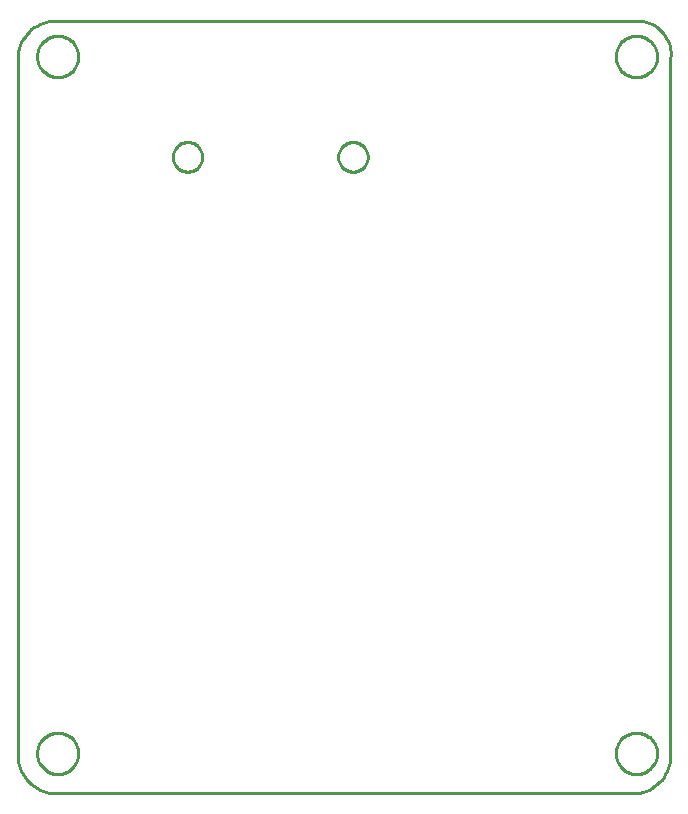
<source format=gbr>
G04 EAGLE Gerber RS-274X export*
G75*
%MOMM*%
%FSLAX34Y34*%
%LPD*%
%IN*%
%IPPOS*%
%AMOC8*
5,1,8,0,0,1.08239X$1,22.5*%
G01*
%ADD10C,0.254000*%


D10*
X6350Y38100D02*
X6471Y35333D01*
X6832Y32587D01*
X7432Y29883D01*
X8265Y27241D01*
X9325Y24682D01*
X10604Y22225D01*
X12092Y19889D01*
X13778Y17692D01*
X15649Y15649D01*
X17692Y13778D01*
X19889Y12092D01*
X22225Y10604D01*
X24682Y9325D01*
X27241Y8265D01*
X29883Y7432D01*
X32587Y6832D01*
X35333Y6471D01*
X38100Y6350D01*
X527050Y6350D01*
X529817Y6471D01*
X532563Y6832D01*
X535268Y7432D01*
X537909Y8265D01*
X540468Y9325D01*
X542925Y10604D01*
X545261Y12092D01*
X547459Y13778D01*
X549501Y15649D01*
X551372Y17692D01*
X553058Y19889D01*
X554546Y22225D01*
X555825Y24682D01*
X556885Y27241D01*
X557718Y29883D01*
X558318Y32587D01*
X558679Y35333D01*
X558800Y38100D01*
X558800Y628650D01*
X558968Y631153D01*
X558917Y633660D01*
X558648Y636154D01*
X558163Y638615D01*
X557465Y641024D01*
X556559Y643363D01*
X555453Y645614D01*
X554156Y647760D01*
X552676Y649786D01*
X551025Y651674D01*
X549216Y653411D01*
X547262Y654984D01*
X545179Y656381D01*
X542982Y657591D01*
X540688Y658605D01*
X538314Y659415D01*
X535878Y660015D01*
X533400Y660400D01*
X38100Y660400D01*
X35333Y660279D01*
X32587Y659918D01*
X29883Y659318D01*
X27241Y658485D01*
X24682Y657425D01*
X22225Y656146D01*
X19889Y654658D01*
X17692Y652972D01*
X15649Y651101D01*
X13778Y649059D01*
X12092Y646861D01*
X10604Y644525D01*
X9325Y642068D01*
X8265Y639509D01*
X7432Y636868D01*
X6832Y634163D01*
X6471Y631417D01*
X6350Y628650D01*
X6350Y38100D01*
X57500Y629427D02*
X57425Y628284D01*
X57276Y627148D01*
X57052Y626024D01*
X56755Y624917D01*
X56387Y623832D01*
X55949Y622774D01*
X55442Y621746D01*
X54869Y620754D01*
X54232Y619801D01*
X53535Y618892D01*
X52779Y618031D01*
X51969Y617221D01*
X51108Y616465D01*
X50199Y615768D01*
X49246Y615131D01*
X48254Y614558D01*
X47226Y614051D01*
X46168Y613613D01*
X45083Y613245D01*
X43976Y612948D01*
X42852Y612725D01*
X41716Y612575D01*
X40573Y612500D01*
X39427Y612500D01*
X38284Y612575D01*
X37148Y612725D01*
X36024Y612948D01*
X34917Y613245D01*
X33832Y613613D01*
X32774Y614051D01*
X31746Y614558D01*
X30754Y615131D01*
X29801Y615768D01*
X28892Y616465D01*
X28031Y617221D01*
X27221Y618031D01*
X26465Y618892D01*
X25768Y619801D01*
X25131Y620754D01*
X24558Y621746D01*
X24051Y622774D01*
X23613Y623832D01*
X23245Y624917D01*
X22948Y626024D01*
X22725Y627148D01*
X22575Y628284D01*
X22500Y629427D01*
X22500Y630573D01*
X22575Y631716D01*
X22725Y632852D01*
X22948Y633976D01*
X23245Y635083D01*
X23613Y636168D01*
X24051Y637226D01*
X24558Y638254D01*
X25131Y639246D01*
X25768Y640199D01*
X26465Y641108D01*
X27221Y641969D01*
X28031Y642779D01*
X28892Y643535D01*
X29801Y644232D01*
X30754Y644869D01*
X31746Y645442D01*
X32774Y645949D01*
X33832Y646387D01*
X34917Y646755D01*
X36024Y647052D01*
X37148Y647276D01*
X38284Y647425D01*
X39427Y647500D01*
X40573Y647500D01*
X41716Y647425D01*
X42852Y647276D01*
X43976Y647052D01*
X45083Y646755D01*
X46168Y646387D01*
X47226Y645949D01*
X48254Y645442D01*
X49246Y644869D01*
X50199Y644232D01*
X51108Y643535D01*
X51969Y642779D01*
X52779Y641969D01*
X53535Y641108D01*
X54232Y640199D01*
X54869Y639246D01*
X55442Y638254D01*
X55949Y637226D01*
X56387Y636168D01*
X56755Y635083D01*
X57052Y633976D01*
X57276Y632852D01*
X57425Y631716D01*
X57500Y630573D01*
X57500Y629427D01*
X547500Y629427D02*
X547425Y628284D01*
X547276Y627148D01*
X547052Y626024D01*
X546755Y624917D01*
X546387Y623832D01*
X545949Y622774D01*
X545442Y621746D01*
X544869Y620754D01*
X544232Y619801D01*
X543535Y618892D01*
X542779Y618031D01*
X541969Y617221D01*
X541108Y616465D01*
X540199Y615768D01*
X539246Y615131D01*
X538254Y614558D01*
X537226Y614051D01*
X536168Y613613D01*
X535083Y613245D01*
X533976Y612948D01*
X532852Y612725D01*
X531716Y612575D01*
X530573Y612500D01*
X529427Y612500D01*
X528284Y612575D01*
X527148Y612725D01*
X526024Y612948D01*
X524917Y613245D01*
X523832Y613613D01*
X522774Y614051D01*
X521746Y614558D01*
X520754Y615131D01*
X519801Y615768D01*
X518892Y616465D01*
X518031Y617221D01*
X517221Y618031D01*
X516465Y618892D01*
X515768Y619801D01*
X515131Y620754D01*
X514558Y621746D01*
X514051Y622774D01*
X513613Y623832D01*
X513245Y624917D01*
X512948Y626024D01*
X512725Y627148D01*
X512575Y628284D01*
X512500Y629427D01*
X512500Y630573D01*
X512575Y631716D01*
X512725Y632852D01*
X512948Y633976D01*
X513245Y635083D01*
X513613Y636168D01*
X514051Y637226D01*
X514558Y638254D01*
X515131Y639246D01*
X515768Y640199D01*
X516465Y641108D01*
X517221Y641969D01*
X518031Y642779D01*
X518892Y643535D01*
X519801Y644232D01*
X520754Y644869D01*
X521746Y645442D01*
X522774Y645949D01*
X523832Y646387D01*
X524917Y646755D01*
X526024Y647052D01*
X527148Y647276D01*
X528284Y647425D01*
X529427Y647500D01*
X530573Y647500D01*
X531716Y647425D01*
X532852Y647276D01*
X533976Y647052D01*
X535083Y646755D01*
X536168Y646387D01*
X537226Y645949D01*
X538254Y645442D01*
X539246Y644869D01*
X540199Y644232D01*
X541108Y643535D01*
X541969Y642779D01*
X542779Y641969D01*
X543535Y641108D01*
X544232Y640199D01*
X544869Y639246D01*
X545442Y638254D01*
X545949Y637226D01*
X546387Y636168D01*
X546755Y635083D01*
X547052Y633976D01*
X547276Y632852D01*
X547425Y631716D01*
X547500Y630573D01*
X547500Y629427D01*
X547500Y39427D02*
X547425Y38284D01*
X547276Y37148D01*
X547052Y36024D01*
X546755Y34917D01*
X546387Y33832D01*
X545949Y32774D01*
X545442Y31746D01*
X544869Y30754D01*
X544232Y29801D01*
X543535Y28892D01*
X542779Y28031D01*
X541969Y27221D01*
X541108Y26465D01*
X540199Y25768D01*
X539246Y25131D01*
X538254Y24558D01*
X537226Y24051D01*
X536168Y23613D01*
X535083Y23245D01*
X533976Y22948D01*
X532852Y22725D01*
X531716Y22575D01*
X530573Y22500D01*
X529427Y22500D01*
X528284Y22575D01*
X527148Y22725D01*
X526024Y22948D01*
X524917Y23245D01*
X523832Y23613D01*
X522774Y24051D01*
X521746Y24558D01*
X520754Y25131D01*
X519801Y25768D01*
X518892Y26465D01*
X518031Y27221D01*
X517221Y28031D01*
X516465Y28892D01*
X515768Y29801D01*
X515131Y30754D01*
X514558Y31746D01*
X514051Y32774D01*
X513613Y33832D01*
X513245Y34917D01*
X512948Y36024D01*
X512725Y37148D01*
X512575Y38284D01*
X512500Y39427D01*
X512500Y40573D01*
X512575Y41716D01*
X512725Y42852D01*
X512948Y43976D01*
X513245Y45083D01*
X513613Y46168D01*
X514051Y47226D01*
X514558Y48254D01*
X515131Y49246D01*
X515768Y50199D01*
X516465Y51108D01*
X517221Y51969D01*
X518031Y52779D01*
X518892Y53535D01*
X519801Y54232D01*
X520754Y54869D01*
X521746Y55442D01*
X522774Y55949D01*
X523832Y56387D01*
X524917Y56755D01*
X526024Y57052D01*
X527148Y57276D01*
X528284Y57425D01*
X529427Y57500D01*
X530573Y57500D01*
X531716Y57425D01*
X532852Y57276D01*
X533976Y57052D01*
X535083Y56755D01*
X536168Y56387D01*
X537226Y55949D01*
X538254Y55442D01*
X539246Y54869D01*
X540199Y54232D01*
X541108Y53535D01*
X541969Y52779D01*
X542779Y51969D01*
X543535Y51108D01*
X544232Y50199D01*
X544869Y49246D01*
X545442Y48254D01*
X545949Y47226D01*
X546387Y46168D01*
X546755Y45083D01*
X547052Y43976D01*
X547276Y42852D01*
X547425Y41716D01*
X547500Y40573D01*
X547500Y39427D01*
X57500Y39427D02*
X57425Y38284D01*
X57276Y37148D01*
X57052Y36024D01*
X56755Y34917D01*
X56387Y33832D01*
X55949Y32774D01*
X55442Y31746D01*
X54869Y30754D01*
X54232Y29801D01*
X53535Y28892D01*
X52779Y28031D01*
X51969Y27221D01*
X51108Y26465D01*
X50199Y25768D01*
X49246Y25131D01*
X48254Y24558D01*
X47226Y24051D01*
X46168Y23613D01*
X45083Y23245D01*
X43976Y22948D01*
X42852Y22725D01*
X41716Y22575D01*
X40573Y22500D01*
X39427Y22500D01*
X38284Y22575D01*
X37148Y22725D01*
X36024Y22948D01*
X34917Y23245D01*
X33832Y23613D01*
X32774Y24051D01*
X31746Y24558D01*
X30754Y25131D01*
X29801Y25768D01*
X28892Y26465D01*
X28031Y27221D01*
X27221Y28031D01*
X26465Y28892D01*
X25768Y29801D01*
X25131Y30754D01*
X24558Y31746D01*
X24051Y32774D01*
X23613Y33832D01*
X23245Y34917D01*
X22948Y36024D01*
X22725Y37148D01*
X22575Y38284D01*
X22500Y39427D01*
X22500Y40573D01*
X22575Y41716D01*
X22725Y42852D01*
X22948Y43976D01*
X23245Y45083D01*
X23613Y46168D01*
X24051Y47226D01*
X24558Y48254D01*
X25131Y49246D01*
X25768Y50199D01*
X26465Y51108D01*
X27221Y51969D01*
X28031Y52779D01*
X28892Y53535D01*
X29801Y54232D01*
X30754Y54869D01*
X31746Y55442D01*
X32774Y55949D01*
X33832Y56387D01*
X34917Y56755D01*
X36024Y57052D01*
X37148Y57276D01*
X38284Y57425D01*
X39427Y57500D01*
X40573Y57500D01*
X41716Y57425D01*
X42852Y57276D01*
X43976Y57052D01*
X45083Y56755D01*
X46168Y56387D01*
X47226Y55949D01*
X48254Y55442D01*
X49246Y54869D01*
X50199Y54232D01*
X51108Y53535D01*
X51969Y52779D01*
X52779Y51969D01*
X53535Y51108D01*
X54232Y50199D01*
X54869Y49246D01*
X55442Y48254D01*
X55949Y47226D01*
X56387Y46168D01*
X56755Y45083D01*
X57052Y43976D01*
X57276Y42852D01*
X57425Y41716D01*
X57500Y40573D01*
X57500Y39427D01*
X162500Y544509D02*
X162423Y543530D01*
X162269Y542560D01*
X162040Y541604D01*
X161736Y540670D01*
X161361Y539763D01*
X160915Y538888D01*
X160401Y538050D01*
X159824Y537255D01*
X159186Y536508D01*
X158492Y535814D01*
X157745Y535176D01*
X156950Y534599D01*
X156112Y534085D01*
X155237Y533639D01*
X154330Y533264D01*
X153396Y532960D01*
X152441Y532731D01*
X151470Y532577D01*
X150491Y532500D01*
X149509Y532500D01*
X148530Y532577D01*
X147560Y532731D01*
X146604Y532960D01*
X145670Y533264D01*
X144763Y533639D01*
X143888Y534085D01*
X143050Y534599D01*
X142255Y535176D01*
X141508Y535814D01*
X140814Y536508D01*
X140176Y537255D01*
X139599Y538050D01*
X139085Y538888D01*
X138639Y539763D01*
X138264Y540670D01*
X137960Y541604D01*
X137731Y542560D01*
X137577Y543530D01*
X137500Y544509D01*
X137500Y545491D01*
X137577Y546470D01*
X137731Y547441D01*
X137960Y548396D01*
X138264Y549330D01*
X138639Y550237D01*
X139085Y551112D01*
X139599Y551950D01*
X140176Y552745D01*
X140814Y553492D01*
X141508Y554186D01*
X142255Y554824D01*
X143050Y555401D01*
X143888Y555915D01*
X144763Y556361D01*
X145670Y556736D01*
X146604Y557040D01*
X147560Y557269D01*
X148530Y557423D01*
X149509Y557500D01*
X150491Y557500D01*
X151470Y557423D01*
X152441Y557269D01*
X153396Y557040D01*
X154330Y556736D01*
X155237Y556361D01*
X156112Y555915D01*
X156950Y555401D01*
X157745Y554824D01*
X158492Y554186D01*
X159186Y553492D01*
X159824Y552745D01*
X160401Y551950D01*
X160915Y551112D01*
X161361Y550237D01*
X161736Y549330D01*
X162040Y548396D01*
X162269Y547441D01*
X162423Y546470D01*
X162500Y545491D01*
X162500Y544509D01*
X302500Y544509D02*
X302423Y543530D01*
X302269Y542560D01*
X302040Y541604D01*
X301736Y540670D01*
X301361Y539763D01*
X300915Y538888D01*
X300401Y538050D01*
X299824Y537255D01*
X299186Y536508D01*
X298492Y535814D01*
X297745Y535176D01*
X296950Y534599D01*
X296112Y534085D01*
X295237Y533639D01*
X294330Y533264D01*
X293396Y532960D01*
X292441Y532731D01*
X291470Y532577D01*
X290491Y532500D01*
X289509Y532500D01*
X288530Y532577D01*
X287560Y532731D01*
X286604Y532960D01*
X285670Y533264D01*
X284763Y533639D01*
X283888Y534085D01*
X283050Y534599D01*
X282255Y535176D01*
X281508Y535814D01*
X280814Y536508D01*
X280176Y537255D01*
X279599Y538050D01*
X279085Y538888D01*
X278639Y539763D01*
X278264Y540670D01*
X277960Y541604D01*
X277731Y542560D01*
X277577Y543530D01*
X277500Y544509D01*
X277500Y545491D01*
X277577Y546470D01*
X277731Y547441D01*
X277960Y548396D01*
X278264Y549330D01*
X278639Y550237D01*
X279085Y551112D01*
X279599Y551950D01*
X280176Y552745D01*
X280814Y553492D01*
X281508Y554186D01*
X282255Y554824D01*
X283050Y555401D01*
X283888Y555915D01*
X284763Y556361D01*
X285670Y556736D01*
X286604Y557040D01*
X287560Y557269D01*
X288530Y557423D01*
X289509Y557500D01*
X290491Y557500D01*
X291470Y557423D01*
X292441Y557269D01*
X293396Y557040D01*
X294330Y556736D01*
X295237Y556361D01*
X296112Y555915D01*
X296950Y555401D01*
X297745Y554824D01*
X298492Y554186D01*
X299186Y553492D01*
X299824Y552745D01*
X300401Y551950D01*
X300915Y551112D01*
X301361Y550237D01*
X301736Y549330D01*
X302040Y548396D01*
X302269Y547441D01*
X302423Y546470D01*
X302500Y545491D01*
X302500Y544509D01*
M02*

</source>
